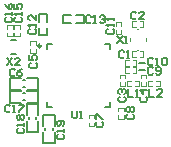
<source format=gto>
G04*
G04 #@! TF.GenerationSoftware,Altium Limited,Altium Designer,19.0.15 (446)*
G04*
G04 Layer_Color=65535*
%FSLAX24Y24*%
%MOIN*%
G70*
G01*
G75*
%ADD10C,0.0098*%
%ADD11C,0.0060*%
%ADD12C,0.0049*%
%ADD13C,0.0079*%
%ADD14C,0.0059*%
%ADD15C,0.0050*%
D10*
X-1250Y984D02*
G03*
X-1250Y984I-49J0D01*
G01*
D11*
X2010Y415D02*
X2220D01*
X2010Y185D02*
X2220D01*
X-522Y1738D02*
Y2014D01*
X187Y1738D02*
Y2014D01*
X-69Y1738D02*
X187D01*
X-522D02*
X-266D01*
X-69Y2014D02*
X187D01*
X-522D02*
X-266D01*
X-2274Y-79D02*
X-1909D01*
X-1713D02*
X-1348D01*
X-2274Y-472D02*
X-1909D01*
X-1713D02*
X-1348D01*
Y-79D01*
X-2274Y-472D02*
Y-79D01*
X-1043Y1791D02*
Y2047D01*
Y1339D02*
Y1594D01*
X-1319Y1791D02*
Y2047D01*
Y1339D02*
Y1594D01*
Y1339D02*
X-1043D01*
X-1319Y2047D02*
X-1043D01*
X-2274Y-512D02*
X-1909D01*
X-1713D02*
X-1348D01*
X-2274Y-906D02*
X-1909D01*
X-1713D02*
X-1348D01*
Y-512D01*
X-2274Y-906D02*
Y-512D01*
X-1732Y-1880D02*
Y-1516D01*
Y-1319D02*
Y-955D01*
X-1339Y-1880D02*
Y-1516D01*
Y-1319D02*
Y-955D01*
X-1732D02*
X-1339D01*
X-1732Y-1880D02*
X-1339D01*
X-1181Y-2234D02*
Y-1870D01*
Y-1673D02*
Y-1309D01*
X-787Y-2234D02*
Y-1870D01*
Y-1673D02*
Y-1309D01*
X-1181D02*
X-787D01*
X-1181Y-2234D02*
X-787D01*
D12*
X1547Y98D02*
Y272D01*
X1933Y98D02*
Y272D01*
X1809Y98D02*
X1933D01*
X1547D02*
X1671D01*
X1809Y272D02*
X1933D01*
X1547D02*
X1671D01*
X1809Y328D02*
X1933D01*
X1547D02*
X1671D01*
X1809Y502D02*
X1933D01*
X1547D02*
X1671D01*
X1547Y328D02*
Y502D01*
X1933Y328D02*
X1933Y502D01*
X1425Y1778D02*
X1425Y1654D01*
Y1392D02*
Y1516D01*
X1252Y1654D02*
Y1778D01*
Y1392D02*
Y1516D01*
Y1392D02*
X1425D01*
X1252Y1778D02*
X1425D01*
X1777Y802D02*
X1901D01*
X2039D02*
X2163D01*
X1777Y628D02*
X1901D01*
X2039D02*
X2163D01*
Y802D01*
X1777Y628D02*
Y802D01*
X1962Y859D02*
X1978Y859D01*
X1702Y1166D02*
Y1244D01*
X1962Y1551D02*
X1978D01*
X2238Y1166D02*
X2238Y1244D01*
X2039Y1628D02*
X2163Y1628D01*
X1777D02*
X1901Y1628D01*
X2039Y1802D02*
X2163Y1802D01*
X1777Y1802D02*
X1901D01*
X1777Y1628D02*
Y1802D01*
X2163Y1628D02*
Y1802D01*
X2713Y-362D02*
Y-189D01*
X2327Y-362D02*
Y-189D01*
X2451D01*
X2589D02*
X2713D01*
X2327Y-362D02*
X2451D01*
X2589D02*
X2713D01*
X337Y-1689D02*
Y-1565D01*
Y-1427D02*
Y-1303D01*
X510Y-1689D02*
Y-1565D01*
Y-1427D02*
Y-1303D01*
X337D02*
X510D01*
X337Y-1689D02*
X510D01*
X1331Y-1453D02*
Y-1329D01*
Y-1191D02*
Y-1067D01*
X1504Y-1453D02*
Y-1329D01*
Y-1191D02*
Y-1067D01*
X1331D02*
X1504D01*
X1331Y-1453D02*
X1504D01*
X-1429Y1024D02*
Y1148D01*
Y762D02*
Y886D01*
X-1602Y1024D02*
Y1148D01*
Y762D02*
Y886D01*
Y762D02*
X-1429D01*
X-1602Y1148D02*
X-1429D01*
X1370Y-350D02*
Y-226D01*
Y-89D02*
Y35D01*
X1543Y-350D02*
Y-226D01*
Y-89D02*
Y35D01*
X1370D02*
X1543D01*
X1370Y-350D02*
X1543D01*
X2004Y-362D02*
Y-189D01*
X1618Y-362D02*
Y-189D01*
X1742D01*
X1880D02*
X2004D01*
X1618Y-362D02*
X1742D01*
X1880D02*
X2004D01*
X-2197Y1565D02*
Y1689D01*
Y1303D02*
Y1427D01*
X-2370Y1565D02*
Y1689D01*
Y1303D02*
Y1427D01*
Y1303D02*
X-2197D01*
X-2370Y1689D02*
X-2197D01*
X-1961Y1565D02*
Y1689D01*
Y1303D02*
Y1427D01*
X-2134Y1565D02*
Y1689D01*
Y1303D02*
Y1427D01*
Y1303D02*
X-1961D01*
X-2134Y1689D02*
X-1961D01*
X2079Y-350D02*
Y-226D01*
Y-89D02*
Y35D01*
X2252Y-350D02*
Y-226D01*
Y-89D02*
Y35D01*
X2079D02*
X2252D01*
X2079Y-350D02*
X2252D01*
D13*
X-2260Y709D02*
X-2071D01*
X-2260Y1181D02*
X-2071D01*
X-1850Y-157D02*
X-1772D01*
X-1850Y-394D02*
X-1772D01*
X-1850Y-591D02*
X-1772D01*
X-1850Y-827D02*
X-1772D01*
X-1654Y-1457D02*
Y-1378D01*
X-1417Y-1457D02*
Y-1378D01*
X-1102Y-1811D02*
Y-1732D01*
X-866Y-1811D02*
Y-1732D01*
D14*
X-1043Y-1043D02*
X-896D01*
X-1043D02*
Y-896D01*
X896Y-1043D02*
X1043D01*
Y-896D01*
Y896D02*
Y1043D01*
X896D02*
X1043D01*
X-1043D02*
X-896D01*
X-1043Y896D02*
Y1043D01*
D15*
X973Y1554D02*
X931Y1513D01*
Y1429D01*
X973Y1388D01*
X1139D01*
X1181Y1429D01*
Y1513D01*
X1139Y1554D01*
X1181Y1638D02*
Y1721D01*
Y1679D01*
X931D01*
X973Y1638D01*
X1181Y1846D02*
Y1929D01*
Y1888D01*
X931D01*
X973Y1846D01*
X2487Y548D02*
X2445Y590D01*
X2362D01*
X2320Y548D01*
Y382D01*
X2362Y340D01*
X2445D01*
X2487Y382D01*
X2570Y340D02*
X2653D01*
X2612D01*
Y590D01*
X2570Y548D01*
X2778D02*
X2820Y590D01*
X2903D01*
X2945Y548D01*
Y382D01*
X2903Y340D01*
X2820D01*
X2778Y382D01*
Y548D01*
X1527Y798D02*
X1485Y840D01*
X1402D01*
X1360Y798D01*
Y632D01*
X1402Y590D01*
X1485D01*
X1527Y632D01*
X1610Y590D02*
X1693D01*
X1652D01*
Y840D01*
X1610Y798D01*
X1300Y1330D02*
X1467Y1080D01*
Y1330D02*
X1300Y1080D01*
X1550D02*
X1633D01*
X1592D01*
Y1330D01*
X1550Y1288D01*
X1927Y2078D02*
X1885Y2120D01*
X1802D01*
X1760Y2078D01*
Y1912D01*
X1802Y1870D01*
X1885D01*
X1927Y1912D01*
X2177Y1870D02*
X2010D01*
X2177Y2037D01*
Y2078D01*
X2135Y2120D01*
X2052D01*
X2010Y2078D01*
X2487Y238D02*
X2445Y280D01*
X2362D01*
X2320Y238D01*
Y72D01*
X2362Y30D01*
X2445D01*
X2487Y72D01*
X2570D02*
X2612Y30D01*
X2695D01*
X2737Y72D01*
Y238D01*
X2695Y280D01*
X2612D01*
X2570Y238D01*
Y197D01*
X2612Y155D01*
X2737D01*
X413Y1960D02*
X371Y2002D01*
X288D01*
X246Y1960D01*
Y1794D01*
X288Y1752D01*
X371D01*
X413Y1794D01*
X496Y1752D02*
X579D01*
X538D01*
Y2002D01*
X496Y1960D01*
X704D02*
X746Y2002D01*
X829D01*
X871Y1960D01*
Y1919D01*
X829Y1877D01*
X788D01*
X829D01*
X871Y1835D01*
Y1794D01*
X829Y1752D01*
X746D01*
X704Y1794D01*
X2362Y-449D02*
Y-699D01*
X2529D01*
X2779D02*
X2612D01*
X2779Y-532D01*
Y-491D01*
X2737Y-449D01*
X2654D01*
X2612Y-491D01*
X-681Y-1959D02*
X-722Y-2001D01*
Y-2084D01*
X-681Y-2126D01*
X-514D01*
X-472Y-2084D01*
Y-2001D01*
X-514Y-1959D01*
X-472Y-1876D02*
Y-1793D01*
Y-1834D01*
X-722D01*
X-681Y-1876D01*
X-514Y-1668D02*
X-472Y-1626D01*
Y-1543D01*
X-514Y-1501D01*
X-681D01*
X-722Y-1543D01*
Y-1626D01*
X-681Y-1668D01*
X-639D01*
X-597Y-1626D01*
Y-1501D01*
X-2019Y-1763D02*
X-2061Y-1804D01*
Y-1887D01*
X-2019Y-1929D01*
X-1853D01*
X-1811Y-1887D01*
Y-1804D01*
X-1853Y-1763D01*
X-1811Y-1679D02*
Y-1596D01*
Y-1638D01*
X-2061D01*
X-2019Y-1679D01*
Y-1471D02*
X-2061Y-1429D01*
Y-1346D01*
X-2019Y-1304D01*
X-1978D01*
X-1936Y-1346D01*
X-1894Y-1304D01*
X-1853D01*
X-1811Y-1346D01*
Y-1429D01*
X-1853Y-1471D01*
X-1894D01*
X-1936Y-1429D01*
X-1978Y-1471D01*
X-2019D01*
X-1936Y-1429D02*
Y-1346D01*
X-2274Y-1012D02*
X-2316Y-971D01*
X-2399D01*
X-2441Y-1012D01*
Y-1179D01*
X-2399Y-1220D01*
X-2316D01*
X-2274Y-1179D01*
X-2191Y-1220D02*
X-2108D01*
X-2149D01*
Y-971D01*
X-2191Y-1012D01*
X-1983Y-971D02*
X-1816D01*
Y-1012D01*
X-1983Y-1179D01*
Y-1220D01*
X-1626Y1545D02*
X-1667Y1503D01*
Y1420D01*
X-1626Y1378D01*
X-1459D01*
X-1417Y1420D01*
Y1503D01*
X-1459Y1545D01*
X-1417Y1628D02*
Y1711D01*
Y1670D01*
X-1667D01*
X-1626Y1628D01*
X-1417Y2003D02*
Y1836D01*
X-1584Y2003D01*
X-1626D01*
X-1667Y1961D01*
Y1878D01*
X-1626Y1836D01*
X2075Y-700D02*
X2034Y-741D01*
Y-824D01*
X2075Y-866D01*
X2242D01*
X2283Y-824D01*
Y-741D01*
X2242Y-700D01*
X2283Y-491D02*
X2034D01*
X2159Y-616D01*
Y-450D01*
X-1596Y423D02*
X-1638Y381D01*
Y298D01*
X-1596Y256D01*
X-1429D01*
X-1388Y298D01*
Y381D01*
X-1429Y423D01*
X-1638Y672D02*
Y506D01*
X-1513D01*
X-1554Y589D01*
Y631D01*
X-1513Y672D01*
X-1429D01*
X-1388Y631D01*
Y547D01*
X-1429Y506D01*
X619Y-1536D02*
X577Y-1578D01*
Y-1661D01*
X619Y-1703D01*
X785D01*
X827Y-1661D01*
Y-1578D01*
X785Y-1536D01*
X577Y-1453D02*
Y-1286D01*
X619D01*
X785Y-1453D01*
X827D01*
X1642Y-1290D02*
X1600Y-1332D01*
Y-1415D01*
X1642Y-1457D01*
X1809D01*
X1850Y-1415D01*
Y-1332D01*
X1809Y-1290D01*
X1642Y-1207D02*
X1600Y-1165D01*
Y-1082D01*
X1642Y-1040D01*
X1684D01*
X1725Y-1082D01*
X1767Y-1040D01*
X1809D01*
X1850Y-1082D01*
Y-1165D01*
X1809Y-1207D01*
X1767D01*
X1725Y-1165D01*
X1684Y-1207D01*
X1642D01*
X1725Y-1165D02*
Y-1082D01*
X-2117Y189D02*
X-2159Y230D01*
X-2242D01*
X-2283Y189D01*
Y22D01*
X-2242Y-20D01*
X-2159D01*
X-2117Y22D01*
X-1867Y230D02*
X-1950Y189D01*
X-2034Y105D01*
Y22D01*
X-1992Y-20D01*
X-1909D01*
X-1867Y22D01*
Y64D01*
X-1909Y105D01*
X-2034D01*
X-207Y-1177D02*
Y-1386D01*
X-165Y-1427D01*
X-82D01*
X-40Y-1386D01*
Y-1177D01*
X43Y-1427D02*
X127D01*
X85D01*
Y-1177D01*
X43Y-1219D01*
X-2382Y594D02*
X-2215Y344D01*
Y594D02*
X-2382Y344D01*
X-1965D02*
X-2132D01*
X-1965Y511D01*
Y553D01*
X-2007Y594D01*
X-2090D01*
X-2132Y553D01*
X-2413Y1938D02*
X-2455Y1897D01*
Y1813D01*
X-2413Y1772D01*
X-2246D01*
X-2205Y1813D01*
Y1897D01*
X-2246Y1938D01*
X-2205Y2022D02*
Y2105D01*
Y2063D01*
X-2455D01*
X-2413Y2022D01*
X-2455Y2396D02*
X-2413Y2313D01*
X-2330Y2230D01*
X-2246D01*
X-2205Y2271D01*
Y2355D01*
X-2246Y2396D01*
X-2288D01*
X-2330Y2355D01*
Y2230D01*
X-2098Y1938D02*
X-2140Y1897D01*
Y1813D01*
X-2098Y1772D01*
X-1931D01*
X-1890Y1813D01*
Y1897D01*
X-1931Y1938D01*
X-1890Y2022D02*
Y2105D01*
Y2063D01*
X-2140D01*
X-2098Y2022D01*
X-2140Y2396D02*
Y2230D01*
X-2015D01*
X-2056Y2313D01*
Y2355D01*
X-2015Y2396D01*
X-1931D01*
X-1890Y2355D01*
Y2271D01*
X-1931Y2230D01*
X1367Y-700D02*
X1325Y-741D01*
Y-824D01*
X1367Y-866D01*
X1533D01*
X1575Y-824D01*
Y-741D01*
X1533Y-700D01*
X1367Y-616D02*
X1325Y-575D01*
Y-491D01*
X1367Y-450D01*
X1408D01*
X1450Y-491D01*
Y-533D01*
Y-491D01*
X1491Y-450D01*
X1533D01*
X1575Y-491D01*
Y-575D01*
X1533Y-616D01*
X1654Y-459D02*
Y-709D01*
X1820D01*
X1903D02*
X1987D01*
X1945D01*
Y-459D01*
X1903Y-500D01*
M02*

</source>
